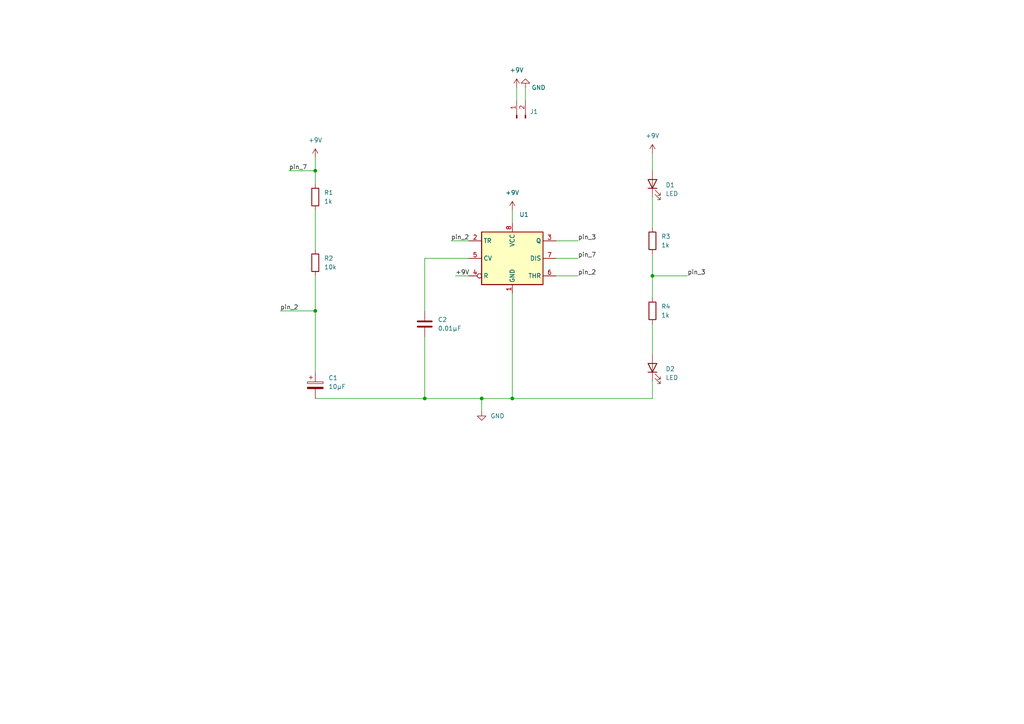
<source format=kicad_sch>
(kicad_sch (version 20211123) (generator eeschema)
  (paper "A4")
  (lib_symbols
    (symbol "Connector:Conn_01x02_Male" (pin_names (offset 1.016) hide)
      (property "Reference" "J" (at 0 2.54 0))
      (property "Value" "Conn_01x02_Male" (at 0 -5.08 0))
      (symbol "Conn_01x02_Male_1_1"
        (polyline (pts (xy 1.27 -2.54) (xy 0.8636 -2.54)) (stroke (width 0.1524)))
        (polyline (pts (xy 1.27 0) (xy 0.8636 0)) (stroke (width 0.1524)))
        (rectangle (start 0.8636 -2.413) (end 0 -2.667) (stroke (width 0.1524)) (fill (type outline)))
        (rectangle (start 0.8636 0.127) (end 0 -0.127) (stroke (width 0.1524)) (fill (type outline)))
        (pin passive line (at 5.08 0 180) (length 3.81) (name "Pin_1") (number "1"))
        (pin passive line (at 5.08 -2.54 180) (length 3.81) (name "Pin_2") (number "2"))
      )
    )
    (symbol "Device:C" (pin_numbers hide) (pin_names (offset 0.254))
      (property "Reference" "C" (at 0.635 2.54 0))
      (property "Value" "C" (at 0.635 -2.54 0))
      (symbol "C_0_1"
        (polyline (pts (xy -2.032 -0.762) (xy 2.032 -0.762)) (stroke (width 0.508)))
        (polyline (pts (xy -2.032 0.762) (xy 2.032 0.762)) (stroke (width 0.508)))
      )
      (symbol "C_1_1"
        (pin passive line (at 0 3.81 270) (length 2.794) (name "~") (number "1"))
        (pin passive line (at 0 -3.81 90) (length 2.794) (name "~") (number "2"))
      )
    )
    (symbol "Device:C_Polarized" (pin_numbers hide) (pin_names (offset 0.254))
      (property "Reference" "C" (at 0.635 2.54 0))
      (property "Value" "C_Polarized" (at 0.635 -2.54 0))
      (symbol "C_Polarized_0_1"
        (rectangle (start -2.286 0.508) (end 2.286 1.016))
        (polyline (pts (xy -1.778 2.286) (xy -0.762 2.286)))
        (polyline (pts (xy -1.27 2.794) (xy -1.27 1.778)))
        (rectangle (start 2.286 -0.508) (end -2.286 -1.016) (fill (type outline)))
      )
      (symbol "C_Polarized_1_1"
        (pin passive line (at 0 3.81 270) (length 2.794) (name "~") (number "1"))
        (pin passive line (at 0 -3.81 90) (length 2.794) (name "~") (number "2"))
      )
    )
    (symbol "Device:LED" (pin_numbers hide) (pin_names (offset 1.016) hide)
      (property "Reference" "D" (at 27.305 0.635 90))
      (property "Value" "LED" (at 32.385 0.635 90))
      (symbol "LED_0_1"
        (polyline (pts (xy 29.845 -0.635) (xy 29.845 1.905)))
        (polyline (pts (xy 31.115 -0.635) (xy 28.575 -0.635)) (stroke (width 0.254)))
        (polyline (pts (xy 31.115 1.905) (xy 28.575 1.905) (xy 29.845 -0.635) (xy 31.115 1.905)) (stroke (width 0.254)))
        (polyline (pts (xy 30.607 -2.413) (xy 32.131 -3.937) (xy 32.131 -3.175) (xy 32.131 -3.937) (xy 31.369 -3.937)))
        (polyline (pts (xy 30.607 -1.143) (xy 32.131 -2.667) (xy 32.131 -1.905) (xy 32.131 -2.667) (xy 31.369 -2.667)))
      )
      (symbol "LED_1_1"
        (pin passive line (at 29.845 -3.175 90) (length 2.54) (name "K") (number "1"))
        (pin passive line (at 29.845 4.445 270) (length 2.54) (name "A") (number "2"))
      )
    )
    (symbol "Device:R" (pin_numbers hide) (pin_names (offset 0))
      (property "Reference" "R" (at 16.002 11.43 90))
      (property "Value" "R" (at 13.97 11.43 90))
      (symbol "R_0_1"
        (rectangle (start 12.954 8.89) (end 14.986 13.97) (stroke (width 0.254)))
      )
      (symbol "R_1_1"
        (pin passive line (at 13.97 15.24 270) (length 1.27) (name "~") (number "1"))
        (pin passive line (at 13.97 7.62 90) (length 1.27) (name "~") (number "2"))
      )
    )
    (symbol "Timer:NE555D"
      (property "Reference" "U" (at -10.16 8.89 0))
      (property "Value" "NE555D" (at 2.54 8.89 0))
      (symbol "NE555D_0_0"
        (pin power_in line (at 0 -10.16 90) (length 2.54) (name "GND") (number "1"))
        (pin power_in line (at 0 10.16 270) (length 2.54) (name "VCC") (number "8"))
      )
      (symbol "NE555D_0_1"
        (rectangle (start -8.89 -7.62) (end 8.89 7.62) (stroke (width 0.254)) (fill (type background)))
        (rectangle (start -8.89 -7.62) (end 8.89 7.62) (stroke (width 0.254)) (fill (type background)))
      )
      (symbol "NE555D_1_1"
        (pin input line (at -12.7 5.08 0) (length 3.81) (name "TR") (number "2"))
        (pin output line (at 12.7 5.08 180) (length 3.81) (name "Q") (number "3"))
        (pin input inverted (at -12.7 -5.08 0) (length 3.81) (name "R") (number "4"))
        (pin input line (at -12.7 0 0) (length 3.81) (name "CV") (number "5"))
        (pin input line (at 12.7 -5.08 180) (length 3.81) (name "THR") (number "6"))
        (pin input line (at 12.7 0 180) (length 3.81) (name "DIS") (number "7"))
      )
    )
    (symbol "power:+9V" (power) (pin_names (offset 0))
      (property "Value" "+9V" (at 0 3.556 0))
      (symbol "+9V_0_1"
        (polyline (pts (xy -0.762 1.27) (xy 0 2.54)))
        (polyline (pts (xy 0 0) (xy 0 2.54)))
        (polyline (pts (xy 0 2.54) (xy 0.762 1.27)))
      )
      (symbol "+9V_1_1"
        (pin power_in line (at 0 0 90) (length 0) hide (name "+9V") (number "1"))
      )
    )
    (symbol "power:GND" (power) (pin_names (offset 0))
      (property "Value" "GND" (at 0 -3.81 0))
      (symbol "GND_0_1"
        (polyline (pts (xy 0 0) (xy 0 -1.27) (xy 1.27 -1.27) (xy 0 -2.54) (xy -1.27 -1.27) (xy 0 -1.27)))
      )
      (symbol "GND_1_1"
        (pin power_in line (at 0 0 270) (length 0) hide (name "GND") (number "1"))
      )
    )
  )
  (junction (at 189.23 80.01))
  (junction (at 123.19 115.57))
  (junction (at 148.59 115.57))
  (junction (at 91.44 49.53))
  (junction (at 139.7 115.57))
  (junction (at 91.44 90.17))
  (wire (pts (xy 189.23 73.66) (xy 189.23 80.01)))
  (wire (pts (xy 152.4 25.4) (xy 152.4 29.21)))
  (wire (pts (xy 148.59 115.57) (xy 189.23 115.57)))
  (wire (pts (xy 91.44 80.01) (xy 91.44 90.17)))
  (wire (pts (xy 161.29 69.85) (xy 167.64 69.85)))
  (wire (pts (xy 130.81 69.85) (xy 135.89 69.85)))
  (wire (pts (xy 189.23 80.01) (xy 189.23 86.36)))
  (wire (pts (xy 123.19 74.93) (xy 123.19 90.17)))
  (wire (pts (xy 91.44 60.96) (xy 91.44 72.39)))
  (wire (pts (xy 91.44 115.57) (xy 123.19 115.57)))
  (wire (pts (xy 139.7 115.57) (xy 148.59 115.57)))
  (wire (pts (xy 149.86 25.4) (xy 149.86 29.21)))
  (wire (pts (xy 81.28 90.17) (xy 91.44 90.17)))
  (wire (pts (xy 91.44 45.72) (xy 91.44 49.53)))
  (wire (pts (xy 189.23 115.57) (xy 189.23 110.49)))
  (wire (pts (xy 189.23 44.45) (xy 189.23 49.53)))
  (wire (pts (xy 161.29 74.93) (xy 167.64 74.93)))
  (wire (pts (xy 91.44 49.53) (xy 91.44 53.34)))
  (wire (pts (xy 132.08 80.01) (xy 135.89 80.01)))
  (wire (pts (xy 139.7 115.57) (xy 139.7 119.38)))
  (wire (pts (xy 148.59 60.96) (xy 148.59 64.77)))
  (wire (pts (xy 91.44 90.17) (xy 91.44 107.95)))
  (wire (pts (xy 189.23 80.01) (xy 199.39 80.01)))
  (wire (pts (xy 135.89 74.93) (xy 123.19 74.93)))
  (wire (pts (xy 123.19 115.57) (xy 139.7 115.57)))
  (wire (pts (xy 161.29 80.01) (xy 167.64 80.01)))
  (wire (pts (xy 189.23 57.15) (xy 189.23 66.04)))
  (wire (pts (xy 148.59 85.09) (xy 148.59 115.57)))
  (wire (pts (xy 123.19 115.57) (xy 123.19 97.79)))
  (wire (pts (xy 83.82 49.53) (xy 91.44 49.53)))
  (wire (pts (xy 189.23 93.98) (xy 189.23 102.87)))
  (label "pin_3" (at 199.39 80.01 0))
  (label "pin_7" (at 167.64 74.93 0))
  (label "pin_2" (at 81.28 90.17 0))
  (label "pin_2" (at 167.64 80.01 0))
  (label "pin_2" (at 130.81 69.85 0))
  (label "pin_7" (at 83.82 49.53 0))
  (label "pin_3" (at 167.64 69.85 0))
  (label "+9V" (at 132.08 80.01 0))
  (symbol (lib_id "power:GND") (at 152.4 25.4 180) (unit 1)
    (property "Reference" "#PWR?" (effects hide))
    (property "Value" "GND" (at 156.21 25.4 0))
  )
  (symbol (lib_id "power:+9V") (at 189.23 44.45 0) (unit 1)
    (property "Reference" "#PWR?" (effects hide))
    (property "Value" "+9V" (at 189.23 39.37 0))
  )
  (symbol (lib_id "power:+9V") (at 91.44 45.72 0) (unit 1)
    (property "Reference" "#PWR?" (effects hide))
    (property "Value" "+9V" (at 91.44 40.64 0))
  )
  (symbol (lib_id "Connector:Conn_01x02_Male") (at 149.86 34.29 90) (unit 1)
    (property "Reference" "J1" (at 153.67 32.3849 90) (effects (justify right)))
    (property "Value" " " (at 153.67 34.9249 90) (effects (justify right)))
  )
  (symbol (lib_id "Device:LED") (at 159.385 53.975 0) (unit 1)
    (property "Reference" "D1" (at 193.04 53.6574 0) (effects (justify left)))
    (property "Value" "LED" (at 193.04 56.1974 0) (effects (justify left)))
  )
  (symbol (lib_id "power:GND") (at 139.7 119.38 0) (unit 1)
    (property "Reference" "#PWR?" (effects hide))
    (property "Value" "GND" (at 142.24 120.6499 0) (effects (justify left)))
  )
  (symbol (lib_id "Device:C_Polarized") (at 91.44 111.76 0) (unit 1)
    (property "Reference" "C1" (at 95.25 109.6009 0) (effects (justify left)))
    (property "Value" "10µF" (at 95.25 112.1409 0) (effects (justify left)))
  )
  (symbol (lib_id "Device:R") (at 77.47 87.63 0) (unit 1)
    (property "Reference" "R2" (at 93.98 74.9299 0) (effects (justify left)))
    (property "Value" "10k" (at 93.98 77.4699 0) (effects (justify left)))
  )
  (symbol (lib_id "power:+9V") (at 149.86 25.4 0) (unit 1)
    (property "Reference" "#PWR?" (effects hide))
    (property "Value" "+9V" (at 149.86 20.32 0))
  )
  (symbol (lib_id "power:+9V") (at 148.59 60.96 0) (unit 1)
    (property "Reference" "#PWR?" (effects hide))
    (property "Value" "+9V" (at 148.59 55.88 0))
  )
  (symbol (lib_id "Device:R") (at 175.26 81.28 0) (unit 1)
    (property "Reference" "R3" (at 191.77 68.5799 0) (effects (justify left)))
    (property "Value" "1k" (at 191.77 71.1199 0) (effects (justify left)))
  )
  (symbol (lib_id "Timer:NE555D") (at 148.59 74.93 0) (unit 1)
    (property "Reference" "U1" (at 150.6094 62.23 0) (effects (justify left)))
    (property "Value" " " (at 150.6094 64.77 0) (effects (justify left)))
    (property "Footprint" "Package_SO:SOIC-8_3.9x4.9mm_P1.27mm" (effects hide))
    (property "Datasheet" "http://www.ti.com/lit/ds/symlink/ne555.pdf" (effects hide))
  )
  (symbol (lib_id "Device:C") (at 123.19 93.98 0) (unit 1)
    (property "Reference" "C2" (at 127 92.7099 0) (effects (justify left)))
    (property "Value" "0.01µF" (at 127 95.2499 0) (effects (justify left)))
  )
  (symbol (lib_id "Device:LED") (at 159.385 107.315 0) (unit 1)
    (property "Reference" "D2" (at 193.04 106.9974 0) (effects (justify left)))
    (property "Value" "LED" (at 193.04 109.5374 0) (effects (justify left)))
  )
  (symbol (lib_id "Device:R") (at 77.47 68.58 0) (unit 1)
    (property "Reference" "R1" (at 93.98 55.8799 0) (effects (justify left)))
    (property "Value" "1k" (at 93.98 58.4199 0) (effects (justify left)))
  )
  (symbol (lib_id "Device:R") (at 175.26 101.6 0) (unit 1)
    (property "Reference" "R4" (at 191.77 88.8999 0) (effects (justify left)))
    (property "Value" "1k" (at 191.77 91.4399 0) (effects (justify left)))
  )
)
</source>
